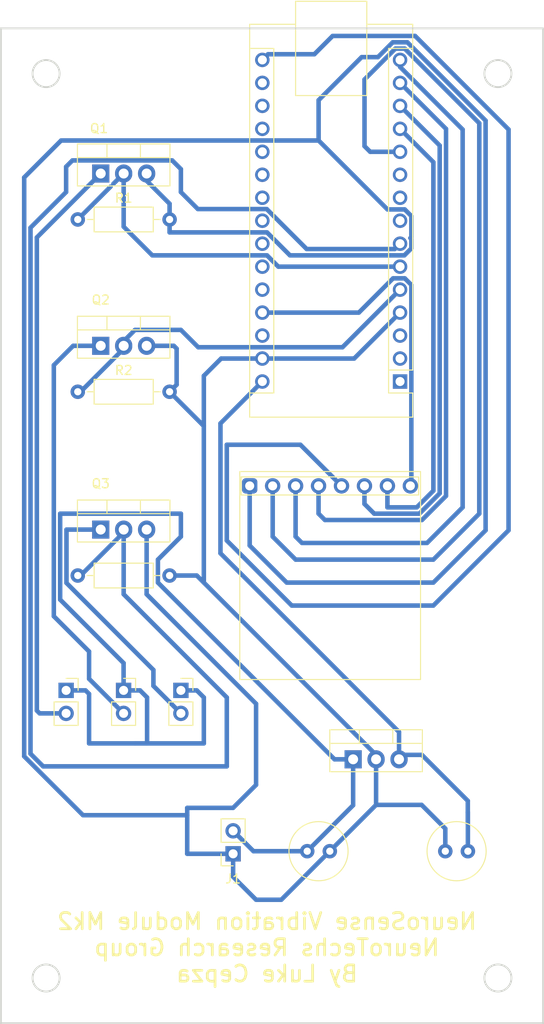
<source format=kicad_pcb>
(kicad_pcb (version 20221018) (generator pcbnew)
  (title_block (title "Caress Module PCB") (date "2023-07-19") (rev "2") (company "NeuroSense") (comment 1 "NeuroTechs Research Group") (comment 2 "Designed by Luke Cepza"))
  (layers (0 "F.Cu" signal) (31 "B.Cu" signal) (34 "B.Paste" user) (35 "F.Paste" user) (36 "B.SilkS" user "B.Silkscreen") (37 "F.SilkS" user "F.Silkscreen") (38 "B.Mask" user) (39 "F.Mask" user) (44 "Edge.Cuts" user))
  (net 0 "")
  (net 4 "GND")
  (net 5 "Net-(A1-D2)")
  (net 6 "Net-(A1-D3)")
  (net 7 "Net-(A1-D4)")
  (net 11 "Net-(A1-D8)")
  (net 12 "Net-(A1-D9)")
  (net 13 "Net-(A1-D10)")
  (net 14 "Net-(A1-D11)")
  (net 15 "Net-(A1-D12)")
  (net 16 "Net-(A1-D13)")
  (net 27 "+5V")
  (net 29 "Net-(A1-VIN)")
  (net 30 "+12V")
  (net 31 "Net-(M1--)")
  (net 32 "Net-(M2--)")
  (net 33 "Net-(M3--)")
  (footprint "Package_TO_SOT_THT:TO-220-3_Vertical" (layer "F.Cu") (at 78.976312 120.819675)
    (fp_text reference "U1" hide)
    (fp_text value "LM7805_TO220" hide)
    (fp_line (start -2.58 -3.27) (end -2.58 1.371) (stroke (width 0.12)) (layer "F.SilkS"))
    (fp_line (start -2.58 -3.27) (end 7.66 -3.27) (stroke (width 0.12)) (layer "F.SilkS"))
    (fp_line (start -2.58 -1.76) (end 7.66 -1.76) (stroke (width 0.12)) (layer "F.SilkS"))
    (fp_line (start -2.58 1.371) (end 7.66 1.371) (stroke (width 0.12)) (layer "F.SilkS"))
    (fp_line (start 0.69 -3.27) (end 0.69 -1.76) (stroke (width 0.12)) (layer "F.SilkS"))
    (fp_line (start 4.391 -3.27) (end 4.391 -1.76) (stroke (width 0.12)) (layer "F.SilkS"))
    (fp_line (start 7.66 -3.27) (end 7.66 1.371) (stroke (width 0.12)) (layer "F.SilkS"))
    (pad "1" thru_hole rect (at 0 0) (size 1.905 2) (drill 1.1) (layers "*.Cu" "*.Mask") (net 30 "+12V"))
    (pad "2" thru_hole oval (at 2.54 0) (size 1.905 2) (drill 1.1) (layers "*.Cu" "*.Mask") (net 4 "GND"))
    (pad "3" thru_hole oval (at 5.08 0) (size 1.905 2) (drill 1.1) (layers "*.Cu" "*.Mask") (net 29 "Net-(A1-VIN)"))
  )
  (footprint "Connector_PinSocket_2.54mm:PinSocket_1x02_P2.54mm_Vertical" (layer "F.Cu") (at 59.916312 113.199675)
    (fp_text reference "M3" hide)
    (fp_text value "Fan" hide)
    (fp_line (start -1.33 1.27) (end -1.33 3.87) (stroke (width 0.12)) (layer "F.SilkS"))
    (fp_line (start -1.33 1.27) (end 1.33 1.27) (stroke (width 0.12)) (layer "F.SilkS"))
    (fp_line (start -1.33 3.87) (end 1.33 3.87) (stroke (width 0.12)) (layer "F.SilkS"))
    (fp_line (start 0 -1.33) (end 1.33 -1.33) (stroke (width 0.12)) (layer "F.SilkS"))
    (fp_line (start 1.33 -1.33) (end 1.33 0) (stroke (width 0.12)) (layer "F.SilkS"))
    (fp_line (start 1.33 1.27) (end 1.33 3.87) (stroke (width 0.12)) (layer "F.SilkS"))
    (pad "1" thru_hole rect (at 0 0) (size 1.7 1.7) (drill 1) (layers "*.Cu" "*.Mask") (net 30 "+12V"))
    (pad "2" thru_hole oval (at 0 2.54) (size 1.7 1.7) (drill 1) (layers "*.Cu" "*.Mask") (net 33 "Net-(M3--)"))
  )
  (footprint "Resistor_THT:R_Axial_DIN0207_L6.3mm_D2.5mm_P10.16mm_Horizontal" (layer "F.Cu") (at 48.506312 100.499675)
    (fp_text reference "R3" hide)
    (fp_text value "3.3 k " hide)
    (fp_line (start 1.04 0) (end 1.81 0) (stroke (width 0.12)) (layer "F.SilkS"))
    (fp_line (start 1.81 -1.37) (end 1.81 1.37) (stroke (width 0.12)) (layer "F.SilkS"))
    (fp_line (start 1.81 1.37) (end 8.35 1.37) (stroke (width 0.12)) (layer "F.SilkS"))
    (fp_line (start 8.35 -1.37) (end 1.81 -1.37) (stroke (width 0.12)) (layer "F.SilkS"))
    (fp_line (start 8.35 1.37) (end 8.35 -1.37) (stroke (width 0.12)) (layer "F.SilkS"))
    (fp_line (start 9.12 0) (end 8.35 0) (stroke (width 0.12)) (layer "F.SilkS"))
    (pad "1" thru_hole circle (at 0 0) (size 1.6 1.6) (drill 0.8) (layers "*.Cu" "*.Mask") (net 7 "Net-(A1-D4)"))
    (pad "2" thru_hole oval (at 10.16 0) (size 1.6 1.6) (drill 0.8) (layers "*.Cu" "*.Mask") (net 4 "GND"))
  )
  (footprint "Package_TO_SOT_THT:TO-220-3_Vertical" (layer "F.Cu") (at 51.046312 95.419675)
    (fp_text reference "Q3" (at 0 -5.08) (layer "F.SilkS"))
    (fp_text value "NMOS" hide)
    (fp_line (start -2.58 -3.27) (end -2.58 1.371) (stroke (width 0.12)) (layer "F.SilkS"))
    (fp_line (start -2.58 -3.27) (end 7.66 -3.27) (stroke (width 0.12)) (layer "F.SilkS"))
    (fp_line (start -2.58 -1.76) (end 7.66 -1.76) (stroke (width 0.12)) (layer "F.SilkS"))
    (fp_line (start -2.58 1.371) (end 7.66 1.371) (stroke (width 0.12)) (layer "F.SilkS"))
    (fp_line (start 0.69 -3.27) (end 0.69 -1.76) (stroke (width 0.12)) (layer "F.SilkS"))
    (fp_line (start 4.391 -3.27) (end 4.391 -1.76) (stroke (width 0.12)) (layer "F.SilkS"))
    (fp_line (start 7.66 -3.27) (end 7.66 1.371) (stroke (width 0.12)) (layer "F.SilkS"))
    (pad "1" thru_hole rect (at 0 0) (size 1.905 2) (drill 1.1) (layers "*.Cu" "*.Mask") (net 33 "Net-(M3--)"))
    (pad "2" thru_hole oval (at 2.54 0) (size 1.905 2) (drill 1.1) (layers "*.Cu" "*.Mask") (net 7 "Net-(A1-D4)"))
    (pad "3" thru_hole oval (at 5.08 0) (size 1.905 2) (drill 1.1) (layers "*.Cu" "*.Mask") (net 4 "GND"))
  )
  (footprint "Connector_PinSocket_2.54mm:PinSocket_1x02_P2.54mm_Vertical" (layer "F.Cu") (at 65.696312 131.268213 180)
    (fp_text reference "J1" (at 0 -2.77) (layer "F.SilkS"))
    (fp_text value "Conn_01x02_Socket" hide)
    (fp_line (start -1.33 1.27) (end -1.33 3.87) (stroke (width 0.12)) (layer "F.SilkS"))
    (fp_line (start -1.33 1.27) (end 1.33 1.27) (stroke (width 0.12)) (layer "F.SilkS"))
    (fp_line (start -1.33 3.87) (end 1.33 3.87) (stroke (width 0.12)) (layer "F.SilkS"))
    (fp_line (start 0 -1.33) (end 1.33 -1.33) (stroke (width 0.12)) (layer "F.SilkS"))
    (fp_line (start 1.33 -1.33) (end 1.33 0) (stroke (width 0.12)) (layer "F.SilkS"))
    (fp_line (start 1.33 1.27) (end 1.33 3.87) (stroke (width 0.12)) (layer "F.SilkS"))
    (pad "1" thru_hole rect (at 0 0 180) (size 1.7 1.7) (drill 1) (layers "*.Cu" "*.Mask") (net 4 "GND"))
    (pad "2" thru_hole oval (at 0 2.54 180) (size 1.7 1.7) (drill 1) (layers "*.Cu" "*.Mask") (net 30 "+12V"))
  )
  (footprint "Connector_PinSocket_2.54mm:PinSocket_1x02_P2.54mm_Vertical" (layer "F.Cu") (at 53.576312 113.199675)
    (fp_text reference "M2" hide)
    (fp_text value "Fan" hide)
    (fp_line (start -1.33 1.27) (end -1.33 3.87) (stroke (width 0.12)) (layer "F.SilkS"))
    (fp_line (start -1.33 1.27) (end 1.33 1.27) (stroke (width 0.12)) (layer "F.SilkS"))
    (fp_line (start -1.33 3.87) (end 1.33 3.87) (stroke (width 0.12)) (layer "F.SilkS"))
    (fp_line (start 0 -1.33) (end 1.33 -1.33) (stroke (width 0.12)) (layer "F.SilkS"))
    (fp_line (start 1.33 -1.33) (end 1.33 0) (stroke (width 0.12)) (layer "F.SilkS"))
    (fp_line (start 1.33 1.27) (end 1.33 3.87) (stroke (width 0.12)) (layer "F.SilkS"))
    (pad "1" thru_hole rect (at 0 0) (size 1.7 1.7) (drill 1) (layers "*.Cu" "*.Mask") (net 30 "+12V"))
    (pad "2" thru_hole oval (at 0 2.54) (size 1.7 1.7) (drill 1) (layers "*.Cu" "*.Mask") (net 32 "Net-(M2--)"))
  )
  (footprint "Package_TO_SOT_THT:TO-220-3_Vertical" (layer "F.Cu") (at 51.046312 56.049675)
    (fp_text reference "Q1" (at -0.19 -4.98 180) (layer "F.SilkS"))
    (fp_text value "NMOS" hide)
    (fp_line (start -2.58 -3.27) (end -2.58 1.371) (stroke (width 0.12)) (layer "F.SilkS"))
    (fp_line (start -2.58 -3.27) (end 7.66 -3.27) (stroke (width 0.12)) (layer "F.SilkS"))
    (fp_line (start -2.58 -1.76) (end 7.66 -1.76) (stroke (width 0.12)) (layer "F.SilkS"))
    (fp_line (start -2.58 1.371) (end 7.66 1.371) (stroke (width 0.12)) (layer "F.SilkS"))
    (fp_line (start 0.69 -3.27) (end 0.69 -1.76) (stroke (width 0.12)) (layer "F.SilkS"))
    (fp_line (start 4.391 -3.27) (end 4.391 -1.76) (stroke (width 0.12)) (layer "F.SilkS"))
    (fp_line (start 7.66 -3.27) (end 7.66 1.371) (stroke (width 0.12)) (layer "F.SilkS"))
    (pad "1" thru_hole rect (at 0 0) (size 1.905 2) (drill 1.1) (layers "*.Cu" "*.Mask") (net 31 "Net-(M1--)"))
    (pad "2" thru_hole oval (at 2.54 0) (size 1.905 2) (drill 1.1) (layers "*.Cu" "*.Mask") (net 6 "Net-(A1-D3)"))
    (pad "3" thru_hole oval (at 5.08 0) (size 1.905 2) (drill 1.1) (layers "*.Cu" "*.Mask") (net 4 "GND"))
  )
  (footprint "Capacitor_THT:C_Radial_D6.3mm_H5.0mm_P2.50mm" (layer "F.Cu") (at 73.896312 130.979675)
    (fp_text reference "C1" hide)
    (fp_text value "220 uF" hide)
    (fp_circle (center 1.25 0) (end 4.52 0) (stroke (width 0.12)) (fill none) (layer "F.SilkS"))
    (pad "1" thru_hole circle (at 0 0) (size 1.6 1.6) (drill 0.8) (layers "*.Cu" "*.Mask") (net 30 "+12V"))
    (pad "2" thru_hole circle (at 2.5 0) (size 1.6 1.6) (drill 0.8) (layers "*.Cu" "*.Mask") (net 4 "GND"))
  )
  (footprint "Module:Arduino_Nano" (layer "F.Cu") (at 84.169444 79.047599 180)
    (fp_text reference "A1" hide)
    (fp_text value "Arduino_Nano_v3.x" hide)
    (fp_line (start -1.4 -3.94) (end -1.4 -1.27) (stroke (width 0.12)) (layer "F.SilkS"))
    (fp_line (start -1.4 1.27) (end -1.4 39.5) (stroke (width 0.12)) (layer "F.SilkS"))
    (fp_line (start -1.4 39.5) (end 3.68 39.5) (stroke (width 0.12)) (layer "F.SilkS"))
    (fp_line (start 1.27 -1.27) (end -1.4 -1.27) (stroke (width 0.12)) (layer "F.SilkS"))
    (fp_line (start 1.27 1.27) (end -1.4 1.27) (stroke (width 0.12)) (layer "F.SilkS"))
    (fp_line (start 1.27 1.27) (end 1.27 -1.27) (stroke (width 0.12)) (layer "F.SilkS"))
    (fp_line (start 1.27 1.27) (end 1.27 36.83) (stroke (width 0.12)) (layer "F.SilkS"))
    (fp_line (start 1.27 36.83) (end -1.4 36.83) (stroke (width 0.12)) (layer "F.SilkS"))
    (fp_line (start 3.68 31.62) (end 11.56 31.62) (stroke (width 0.12)) (layer "F.SilkS"))
    (fp_line (start 3.68 42.04) (end 3.68 31.62) (stroke (width 0.12)) (layer "F.SilkS"))
    (fp_line (start 11.56 31.62) (end 11.56 42.04) (stroke (width 0.12)) (layer "F.SilkS"))
    (fp_line (start 11.56 42.04) (end 3.68 42.04) (stroke (width 0.12)) (layer "F.SilkS"))
    (fp_line (start 13.97 -1.27) (end 13.97 36.83) (stroke (width 0.12)) (layer "F.SilkS"))
    (fp_line (start 13.97 -1.27) (end 16.64 -1.27) (stroke (width 0.12)) (layer "F.SilkS"))
    (fp_line (start 13.97 36.83) (end 16.64 36.83) (stroke (width 0.12)) (layer "F.SilkS"))
    (fp_line (start 16.64 -3.94) (end -1.4 -3.94) (stroke (width 0.12)) (layer "F.SilkS"))
    (fp_line (start 16.64 39.5) (end 11.56 39.5) (stroke (width 0.12)) (layer "F.SilkS"))
    (fp_line (start 16.64 39.5) (end 16.64 -3.94) (stroke (width 0.12)) (layer "F.SilkS"))
    (pad "1" thru_hole rect (at 0 0 180) (size 1.6 1.6) (drill 1) (layers "*.Cu" "*.Mask"))
    (pad "2" thru_hole oval (at 0 2.54 180) (size 1.6 1.6) (drill 1) (layers "*.Cu" "*.Mask"))
    (pad "3" thru_hole oval (at 0 5.08 180) (size 1.6 1.6) (drill 1) (layers "*.Cu" "*.Mask"))
    (pad "4" thru_hole oval (at 0 7.62 180) (size 1.6 1.6) (drill 1) (layers "*.Cu" "*.Mask") (net 4 "GND"))
    (pad "5" thru_hole oval (at 0 10.16 180) (size 1.6 1.6) (drill 1) (layers "*.Cu" "*.Mask") (net 5 "Net-(A1-D2)"))
    (pad "6" thru_hole oval (at 0 12.7 180) (size 1.6 1.6) (drill 1) (layers "*.Cu" "*.Mask") (net 6 "Net-(A1-D3)"))
    (pad "7" thru_hole oval (at 0 15.24 180) (size 1.6 1.6) (drill 1) (layers "*.Cu" "*.Mask") (net 7 "Net-(A1-D4)"))
    (pad "8" thru_hole oval (at 0 17.78 180) (size 1.6 1.6) (drill 1) (layers "*.Cu" "*.Mask"))
    (pad "9" thru_hole oval (at 0 20.32 180) (size 1.6 1.6) (drill 1) (layers "*.Cu" "*.Mask"))
    (pad "10" thru_hole oval (at 0 22.86 180) (size 1.6 1.6) (drill 1) (layers "*.Cu" "*.Mask"))
    (pad "11" thru_hole oval (at 0 25.4 180) (size 1.6 1.6) (drill 1) (layers "*.Cu" "*.Mask") (net 11 "Net-(A1-D8)"))
    (pad "12" thru_hole oval (at 0 27.94 180) (size 1.6 1.6) (drill 1) (layers "*.Cu" "*.Mask") (net 12 "Net-(A1-D9)"))
    (pad "13" thru_hole oval (at 0 30.48 180) (size 1.6 1.6) (drill 1) (layers "*.Cu" "*.Mask") (net 13 "Net-(A1-D10)"))
    (pad "14" thru_hole oval (at 0 33.02 180) (size 1.6 1.6) (drill 1) (layers "*.Cu" "*.Mask") (net 14 "Net-(A1-D11)"))
    (pad "15" thru_hole oval (at 0 35.56 180) (size 1.6 1.6) (drill 1) (layers "*.Cu" "*.Mask") (net 15 "Net-(A1-D12)"))
    (pad "16" thru_hole oval (at 15.24 35.56 180) (size 1.6 1.6) (drill 1) (layers "*.Cu" "*.Mask") (net 16 "Net-(A1-D13)"))
    (pad "17" thru_hole oval (at 15.24 33.02 180) (size 1.6 1.6) (drill 1) (layers "*.Cu" "*.Mask"))
    (pad "18" thru_hole oval (at 15.24 30.48 180) (size 1.6 1.6) (drill 1) (layers "*.Cu" "*.Mask"))
    (pad "19" thru_hole oval (at 15.24 27.94 180) (size 1.6 1.6) (drill 1) (layers "*.Cu" "*.Mask"))
    (pad "20" thru_hole oval (at 15.24 25.4 180) (size 1.6 1.6) (drill 1) (layers "*.Cu" "*.Mask"))
    (pad "21" thru_hole oval (at 15.24 22.86 180) (size 1.6 1.6) (drill 1) (layers "*.Cu" "*.Mask"))
    (pad "22" thru_hole oval (at 15.24 20.32 180) (size 1.6 1.6) (drill 1) (layers "*.Cu" "*.Mask"))
    (pad "23" thru_hole oval (at 15.24 17.78 180) (size 1.6 1.6) (drill 1) (layers "*.Cu" "*.Mask"))
    (pad "24" thru_hole oval (at 15.24 15.24 180) (size 1.6 1.6) (drill 1) (layers "*.Cu" "*.Mask"))
    (pad "25" thru_hole oval (at 15.24 12.7 180) (size 1.6 1.6) (drill 1) (layers "*.Cu" "*.Mask"))
    (pad "26" thru_hole oval (at 15.24 10.16 180) (size 1.6 1.6) (drill 1) (layers "*.Cu" "*.Mask"))
    (pad "27" thru_hole oval (at 15.24 7.62 180) (size 1.6 1.6) (drill 1) (layers "*.Cu" "*.Mask") (net 27 "+5V"))
    (pad "28" thru_hole oval (at 15.24 5.08 180) (size 1.6 1.6) (drill 1) (layers "*.Cu" "*.Mask"))
    (pad "29" thru_hole oval (at 15.24 2.54 180) (size 1.6 1.6) (drill 1) (layers "*.Cu" "*.Mask") (net 4 "GND"))
    (pad "30" thru_hole oval (at 15.24 0 180) (size 1.6 1.6) (drill 1) (layers "*.Cu" "*.Mask") (net 29 "Net-(A1-VIN)"))
  )
  (footprint "Mods:WRL-00691" (layer "F.Cu") (at 67.367186 98.861184 90)
    (fp_text reference "U2" hide)
    (fp_text value "WRL-00691" hide)
    (fp_rect (start -13.138491 -0.930874) (end 9.861509 19.069126) (stroke (width 0.12)) (fill none) (layer "F.SilkS"))
    (fp_rect (start 7.267204 -0.784892) (end 9.267204 18.853208) (stroke (width 0.12)) (fill none) (layer "F.SilkS"))
    (pad "1" thru_hole roundrect (at 8.274849 0.163245 90) (size 1.7 1.7) (drill 1) (layers "*.Cu" "*.Mask") (net 4 "GND"))
    (pad "2" thru_hole circle (at 8.274849 2.703245 90) (size 1.7 1.7) (drill 1) (layers "*.Cu" "*.Mask") (net 11 "Net-(A1-D8)"))
    (pad "3" thru_hole circle (at 8.274849 5.243245 90) (size 1.7 1.7) (drill 1) (layers "*.Cu" "*.Mask") (net 15 "Net-(A1-D12)"))
    (pad "4" thru_hole circle (at 8.274849 7.783245 90) (size 1.7 1.7) (drill 1) (layers "*.Cu" "*.Mask") (net 14 "Net-(A1-D11)"))
    (pad "5" thru_hole circle (at 8.274849 10.323245 90) (size 1.7 1.7) (drill 1) (layers "*.Cu" "*.Mask") (net 16 "Net-(A1-D13)"))
    (pad "6" thru_hole circle (at 8.274849 12.863245 90) (size 1.7 1.7) (drill 1) (layers "*.Cu" "*.Mask") (net 13 "Net-(A1-D10)"))
    (pad "7" thru_hole circle (at 8.274849 15.403245 90) (size 1.7 1.7) (drill 1) (layers "*.Cu" "*.Mask") (net 12 "Net-(A1-D9)"))
    (pad "8" thru_hole circle (at 8.274849 17.943245 90) (size 1.7 1.7) (drill 1) (layers "*.Cu" "*.Mask") (net 27 "+5V"))
  )
  (footprint "Capacitor_THT:C_Radial_D6.3mm_H5.0mm_P2.50mm" (layer "F.Cu") (at 91.676312 130.979675 180)
    (fp_text reference "C2" hide)
    (fp_text value "10uF" hide)
    (fp_circle (center 1.25 0) (end 4.52 0) (stroke (width 0.12)) (fill none) (layer "F.SilkS"))
    (pad "1" thru_hole circle (at 0 0 180) (size 1.6 1.6) (drill 0.8) (layers "*.Cu" "*.Mask") (net 29 "Net-(A1-VIN)"))
    (pad "2" thru_hole circle (at 2.5 0 180) (size 1.6 1.6) (drill 0.8) (layers "*.Cu" "*.Mask") (net 4 "GND"))
  )
  (footprint "Resistor_THT:R_Axial_DIN0207_L6.3mm_D2.5mm_P10.16mm_Horizontal" (layer "F.Cu") (at 48.506312 80.179675)
    (fp_text reference "R2" (at 5.08 -2.37) (layer "F.SilkS"))
    (fp_text value "3.3 k" hide)
    (fp_line (start 1.04 0) (end 1.81 0) (stroke (width 0.12)) (layer "F.SilkS"))
    (fp_line (start 1.81 -1.37) (end 1.81 1.37) (stroke (width 0.12)) (layer "F.SilkS"))
    (fp_line (start 1.81 1.37) (end 8.35 1.37) (stroke (width 0.12)) (layer "F.SilkS"))
    (fp_line (start 8.35 -1.37) (end 1.81 -1.37) (stroke (width 0.12)) (layer "F.SilkS"))
    (fp_line (start 8.35 1.37) (end 8.35 -1.37) (stroke (width 0.12)) (layer "F.SilkS"))
    (fp_line (start 9.12 0) (end 8.35 0) (stroke (width 0.12)) (layer "F.SilkS"))
    (pad "1" thru_hole circle (at 0 0) (size 1.6 1.6) (drill 0.8) (layers "*.Cu" "*.Mask") (net 5 "Net-(A1-D2)"))
    (pad "2" thru_hole oval (at 10.16 0) (size 1.6 1.6) (drill 0.8) (layers "*.Cu" "*.Mask") (net 4 "GND"))
  )
  (footprint "Connector_PinSocket_2.54mm:PinSocket_1x02_P2.54mm_Vertical" (layer "F.Cu") (at 47.216312 113.199675)
    (fp_text reference "M1" hide)
    (fp_text value "Fan" hide)
    (fp_line (start -1.33 1.27) (end -1.33 3.87) (stroke (width 0.12)) (layer "F.SilkS"))
    (fp_line (start -1.33 1.27) (end 1.33 1.27) (stroke (width 0.12)) (layer "F.SilkS"))
    (fp_line (start -1.33 3.87) (end 1.33 3.87) (stroke (width 0.12)) (layer "F.SilkS"))
    (fp_line (start 0 -1.33) (end 1.33 -1.33) (stroke (width 0.12)) (layer "F.SilkS"))
    (fp_line (start 1.33 -1.33) (end 1.33 0) (stroke (width 0.12)) (layer "F.SilkS"))
    (fp_line (start 1.33 1.27) (end 1.33 3.87) (stroke (width 0.12)) (layer "F.SilkS"))
    (pad "1" thru_hole rect (at 0 0) (size 1.7 1.7) (drill 1) (layers "*.Cu" "*.Mask") (net 30 "+12V"))
    (pad "2" thru_hole oval (at 0 2.54) (size 1.7 1.7) (drill 1) (layers "*.Cu" "*.Mask") (net 31 "Net-(M1--)"))
  )
  (footprint "Package_TO_SOT_THT:TO-220-3_Vertical" (layer "F.Cu") (at 51.046312 75.099675)
    (fp_text reference "Q2" (at 0 -5.08 180) (layer "F.SilkS"))
    (fp_text value "NMOS" hide)
    (fp_line (start -2.58 -3.27) (end -2.58 1.371) (stroke (width 0.12)) (layer "F.SilkS"))
    (fp_line (start -2.58 -3.27) (end 7.66 -3.27) (stroke (width 0.12)) (layer "F.SilkS"))
    (fp_line (start -2.58 -1.76) (end 7.66 -1.76) (stroke (width 0.12)) (layer "F.SilkS"))
    (fp_line (start -2.58 1.371) (end 7.66 1.371) (stroke (width 0.12)) (layer "F.SilkS"))
    (fp_line (start 0.69 -3.27) (end 0.69 -1.76) (stroke (width 0.12)) (layer "F.SilkS"))
    (fp_line (start 4.391 -3.27) (end 4.391 -1.76) (stroke (width 0.12)) (layer "F.SilkS"))
    (fp_line (start 7.66 -3.27) (end 7.66 1.371) (stroke (width 0.12)) (layer "F.SilkS"))
    (pad "1" thru_hole rect (at 0 0) (size 1.905 2) (drill 1.1) (layers "*.Cu" "*.Mask") (net 32 "Net-(M2--)"))
    (pad "2" thru_hole oval (at 2.54 0) (size 1.905 2) (drill 1.1) (layers "*.Cu" "*.Mask") (net 5 "Net-(A1-D2)"))
    (pad "3" thru_hole oval (at 5.08 0) (size 1.905 2) (drill 1.1) (layers "*.Cu" "*.Mask") (net 4 "GND"))
  )
  (footprint "Resistor_THT:R_Axial_DIN0207_L6.3mm_D2.5mm_P10.16mm_Horizontal" (layer "F.Cu") (at 48.506312 61.129675)
    (fp_text reference "R1" (at 5.08 -2.37) (layer "F.SilkS"))
    (fp_text value "3.3 k")
    (fp_line (start 1.04 0) (end 1.81 0) (stroke (width 0.12)) (layer "F.SilkS"))
    (fp_line (start 1.81 -1.37) (end 1.81 1.37) (stroke (width 0.12)) (layer "F.SilkS"))
    (fp_line (start 1.81 1.37) (end 8.35 1.37) (stroke (width 0.12)) (layer "F.SilkS"))
    (fp_line (start 8.35 -1.37) (end 1.81 -1.37) (stroke (width 0.12)) (layer "F.SilkS"))
    (fp_line (start 8.35 1.37) (end 8.35 -1.37) (stroke (width 0.12)) (layer "F.SilkS"))
    (fp_line (start 9.12 0) (end 8.35 0) (stroke (width 0.12)) (layer "F.SilkS"))
    (pad "1" thru_hole circle (at 0 0) (size 1.6 1.6) (drill 0.8) (layers "*.Cu" "*.Mask") (net 6 "Net-(A1-D3)"))
    (pad "2" thru_hole oval (at 10.16 0) (size 1.6 1.6) (drill 0.8) (layers "*.Cu" "*.Mask") (net 4 "GND"))
  )
  (gr_circle locked (center 45 145) (end 46.5 145) (stroke (width 0.2)) (fill none) (layer "Edge.Cuts"))
  (gr_circle locked (center 95 45) (end 96.5 45) (stroke (width 0.2)) (fill none) (layer "Edge.Cuts"))
  (gr_circle locked (center 95 145) (end 96.5 145) (stroke (width 0.2)) (fill none) (layer "Edge.Cuts"))
  (gr_circle locked (center 45 45) (end 46.5 45) (stroke (width 0.2)) (fill none) (layer "Edge.Cuts"))
  (gr_rect locked (start 40 40) (end 100 150) (stroke (width 0.2)) (fill none) (layer "Edge.Cuts"))
  (gr_text "NeuroSense Vibration Module Mk2\nNeuroTechs Research Group\nBy Luke Cepza\n" (at 69.436448 141.636913) (layer "F.SilkS") (effects (font (size 1.8 1.8) (thickness 0.3)) (justify mirror)))
  (segment (start 68.929444 76.507599) (end 79.089444 76.507599) (width 0.5) (layer "B.Cu") (net 4))
  (segment (start 84.977161 41.537599) (end 83.361727 41.537599) (width 0.5) (layer "B.Cu") (net 4))
  (segment (start 93.636312 50.19675) (end 84.977161 41.537599) (width 0.5) (layer "B.Cu") (net 4))
  (segment (start 67.530431 90.586335) (end 67.530431 97.183743) (width 0.5) (layer "B.Cu") (net 4))
  (segment (start 42.576312 56.483688) (end 46.662401 52.397599) (width 0.5) (layer "B.Cu") (net 4))
  (segment (start 75.156312 47.939675) (end 75.778388 47.317599) (width 0.5) (layer "B.Cu") (net 4))
  (segment (start 59.446312 75.409675) (end 59.136312 75.099675) (width 0.5) (layer "B.Cu") (net 4))
  (segment (start 84.687211 60.017599) (end 82.776312 60.017599) (width 0.5) (layer "B.Cu") (net 4))
  (segment (start 46.662401 52.397599) (end 75.156312 52.397599) (width 0.5) (layer "B.Cu") (net 4))
  (segment (start 87.856312 101.279675) (end 93.636312 95.499675) (width 0.5) (layer "B.Cu") (net 4))
  (segment (start 85.419444 60.749832) (end 84.687211 60.017599) (width 0.5) (layer "B.Cu") (net 4))
  (segment (start 68.929444 76.507599) (end 64.368388 76.507599) (width 0.5) (layer "B.Cu") (net 4))
  (segment (start 85.3128 63.183187) (end 85.419444 63.076543) (width 0.5) (layer "B.Cu") (net 4))
  (segment (start 71.027774 136.348213) (end 68.236312 136.348213) (width 0.5) (layer "B.Cu") (net 4))
  (segment (start 84.647211 65.097599) (end 85.419444 64.325366) (width 0.5) (layer "B.Cu") (net 4))
  (segment (start 56.126312 56.849675) (end 56.126312 56.049675) (width 0.5) (layer "B.Cu") (net 4))
  (segment (start 68.236312 114.679675) (end 56.126312 102.569675) (width 0.5) (layer "B.Cu") (net 4))
  (segment (start 64.368388 76.507599) (end 62.456312 78.419675) (width 0.5) (layer "B.Cu") (net 4))
  (segment (start 62.456312 83.969675) (end 58.666312 80.179675) (width 0.5) (layer "B.Cu") (net 4))
  (segment (start 71.626363 101.279675) (end 87.856312 101.279675) (width 0.5) (layer "B.Cu") (net 4))
  (segment (start 79.915987 43.18) (end 75.778388 47.317599) (width 0.5) (layer "B.Cu") (net 4))
  (segment (start 79.089444 76.507599) (end 84.169444 71.427599) (width 0.5) (layer "B.Cu") (net 4))
  (segment (start 62.456312 78.419675) (end 62.456312 83.969675) (width 0.5) (layer "B.Cu") (net 4))
  (segment (start 60.616312 127) (end 60.616312 126.188213) (width 0.5) (layer "B.Cu") (net 4))
  (segment (start 71.987211 65.097599) (end 84.647211 65.097599) (width 0.5) (layer "B.Cu") (net 4))
  (segment (start 67.530431 97.183743) (end 71.626363 101.279675) (width 0.5) (layer "B.Cu") (net 4))
  (segment (start 75.156312 52.397599) (end 75.156312 47.939675) (width 0.5) (layer "B.Cu") (net 4))
  (segment (start 76.396312 130.979675) (end 71.027774 136.348213) (width 0.5) (layer "B.Cu") (net 4))
  (segment (start 68.236312 123.648213) (end 68.236312 114.679675) (width 0.5) (layer "B.Cu") (net 4))
  (segment (start 58.666312 61.129675) (end 58.666312 62.557599) (width 0.5) (layer "B.Cu") (net 4))
  (segment (start 62.456312 83.969675) (end 62.221312 83.734675) (width 0.5) (layer "B.Cu") (net 4))
  (segment (start 59.136312 75.099675) (end 56.126311 75.099675) (width 0.5) (layer "B.Cu") (net 4))
  (segment (start 60.616312 126.188213) (end 65.696312 126.188213) (width 0.5) (layer "B.Cu") (net 4))
  (segment (start 93.636312 95.499675) (end 93.636312 50.19675) (width 0.5) (layer "B.Cu") (net 4))
  (segment (start 85.419444 63.289832) (end 85.3128 63.183187) (width 0.5) (layer "B.Cu") (net 4))
  (segment (start 58.666312 80.179675) (end 59.446312 79.399675) (width 0.5) (layer "B.Cu") (net 4))
  (segment (start 82.776312 60.017599) (end 75.156312 52.397599) (width 0.5) (layer "B.Cu") (net 4))
  (segment (start 85.419444 64.325366) (end 85.419444 63.289832) (width 0.5) (layer "B.Cu") (net 4))
  (segment (start 59.446312 79.399675) (end 59.446312 75.409675) (width 0.5) (layer "B.Cu") (net 4))
  (segment (start 60.616312 131.268213) (end 60.616312 127) (width 0.5) (layer "B.Cu") (net 4))
  (segment (start 85.419444 63.076543) (end 85.419444 60.749832) (width 0.5) (layer "B.Cu") (net 4))
  (segment (start 65.696312 133.808213) (end 65.696312 131.268213) (width 0.5) (layer "B.Cu") (net 4))
  (segment (start 49.086688 127) (end 42.576312 120.489624) (width 0.5) (layer "B.Cu") (net 4))
  (segment (start 67.536312 106.359675) (end 61.676312 100.499675) (width 0.5) (layer "B.Cu") (net 4))
  (segment (start 81.719326 43.18) (end 79.915987 43.18) (width 0.5) (layer "B.Cu") (net 4))
  (segment (start 68.236312 136.348213) (end 65.696312 133.808213) (width 0.5) (layer "B.Cu") (net 4))
  (segment (start 56.126312 102.569675) (end 56.126312 95.419675) (width 0.5) (layer "B.Cu") (net 4))
  (segment (start 86.556312 125.859675) (end 81.516312 125.859675) (width 0.5) (layer "B.Cu") (net 4))
  (segment (start 42.576312 120.489624) (end 42.576312 56.483688) (width 0.5) (layer "B.Cu") (net 4))
  (segment (start 81.516312 120.339675) (end 67.536312 106.359675) (width 0.5) (layer "B.Cu") (net 4))
  (segment (start 69.447211 62.557599) (end 71.987211 65.097599) (width 0.5) (layer "B.Cu") (net 4))
  (segment (start 58.666312 62.557599) (end 69.447211 62.557599) (width 0.5) (layer "B.Cu") (net 4))
  (segment (start 58.666312 61.129675) (end 58.666312 59.389675) (width 0.5) (layer "B.Cu") (net 4))
  (segment (start 81.516312 120.819675) (end 81.516312 120.339675) (width 0.5) (layer "B.Cu") (net 4))
  (segment (start 58.666312 59.389675) (end 56.126312 56.849675) (width 0.5) (layer "B.Cu") (net 4))
  (segment (start 76.396312 130.979675) (end 81.516312 125.859675) (width 0.5) (layer "B.Cu") (net 4))
  (segment (start 89.176312 130.979675) (end 89.176312 128.479675) (width 0.5) (layer "B.Cu") (net 4))
  (segment (start 89.176312 128.479675) (end 86.556312 125.859675) (width 0.5) (layer "B.Cu") (net 4))
  (segment (start 65.696312 126.188213) (end 68.236312 123.648213) (width 0.5) (layer "B.Cu") (net 4))
  (segment (start 81.516312 125.859675) (end 81.516312 120.819675) (width 0.5) (layer "B.Cu") (net 4))
  (segment (start 61.676312 100.499675) (end 58.666312 100.499675) (width 0.5) (layer "B.Cu") (net 4))
  (segment (start 62.456312 101.279675) (end 62.456312 83.969675) (width 0.5) (layer "B.Cu") (net 4))
  (segment (start 65.696312 131.268213) (end 60.616312 131.268213) (width 0.5) (layer "B.Cu") (net 4))
  (segment (start 60.616312 127) (end 49.086688 127) (width 0.5) (layer "B.Cu") (net 4))
  (segment (start 83.361727 41.537599) (end 81.719326 43.18) (width 0.5) (layer "B.Cu") (net 4))
  (segment (start 54.836312 73.339675) (end 59.916312 73.339675) (width 0.5) (layer "B.Cu") (net 5))
  (segment (start 53.586312 75.099675) (end 53.586312 75.412175) (width 0.5) (layer "B.Cu") (net 5))
  (segment (start 53.586312 75.099675) (end 53.586312 74.589675) (width 0.5) (layer "B.Cu") (net 5))
  (segment (start 53.586312 75.412175) (end 48.818812 80.179675) (width 0.5) (layer "B.Cu") (net 5))
  (segment (start 77.799444 75.257599) (end 84.169444 68.887599) (width 0.5) (layer "B.Cu") (net 5))
  (segment (start 61.834236 75.257599) (end 77.799444 75.257599) (width 0.5) (layer "B.Cu") (net 5))
  (segment (start 48.818812 80.179675) (end 48.506312 80.179675) (width 0.5) (layer "B.Cu") (net 5))
  (segment (start 59.916312 73.339675) (end 61.834236 75.257599) (width 0.5) (layer "B.Cu") (net 5))
  (segment (start 53.586312 74.589675) (end 54.836312 73.339675) (width 0.5) (layer "B.Cu") (net 5))
  (segment (start 53.586312 56.049675) (end 52.448812 57.187175) (width 0.5) (layer "B.Cu") (net 6))
  (segment (start 69.447211 65.097599) (end 70.697211 66.347599) (width 0.5) (layer "B.Cu") (net 6))
  (segment (start 70.697211 66.347599) (end 84.169444 66.347599) (width 0.5) (layer "B.Cu") (net 6))
  (segment (start 52.136312 57.499675) (end 48.506312 61.129675) (width 0.5) (layer "B.Cu") (net 6))
  (segment (start 53.586312 61.929675) (end 56.754236 65.097599) (width 0.5) (layer "B.Cu") (net 6))
  (segment (start 53.586312 56.049675) (end 53.586312 61.929675) (width 0.5) (layer "B.Cu") (net 6))
  (segment (start 56.754236 65.097599) (end 69.447211 65.097599) (width 0.5) (layer "B.Cu") (net 6))
  (segment (start 64.996312 121.599675) (end 64.996312 113.979675) (width 0.5) (layer "B.Cu") (net 7))
  (segment (start 59.916312 55.559675) (end 58.956312 54.599675) (width 0.5) (layer "B.Cu") (net 7))
  (segment (start 73.834236 64.397599) (end 69.414236 59.977599) (width 0.5) (layer "B.Cu") (net 7))
  (segment (start 69.414236 59.977599) (end 61.794236 59.977599) (width 0.5) (layer "B.Cu") (net 7))
  (segment (start 83.579444 64.397599) (end 73.834236 64.397599) (width 0.5) (layer "B.Cu") (net 7))
  (segment (start 53.586312 95.732175) (end 48.818812 100.499675) (width 0.5) (layer "B.Cu") (net 7))
  (segment (start 84.169444 63.807599) (end 83.579444 64.397599) (width 0.5) (layer "B.Cu") (net 7))
  (segment (start 47.216312 58.099675) (end 43.276312 62.039675) (width 0.5) (layer "B.Cu") (net 7))
  (segment (start 53.586312 102.569675) (end 53.586312 95.419675) (width 0.5) (layer "B.Cu") (net 7))
  (segment (start 61.794236 59.977599) (end 59.916312 58.099675) (width 0.5) (layer "B.Cu") (net 7))
  (segment (start 43.276312 120.199675) (end 44.676312 121.599675) (width 0.5) (layer "B.Cu") (net 7))
  (segment (start 43.276312 62.039675) (end 43.276312 120.199675) (width 0.5) (layer "B.Cu") (net 7))
  (segment (start 58.956312 54.599675) (end 47.916312 54.599675) (width 0.5) (layer "B.Cu") (net 7))
  (segment (start 64.996312 113.979675) (end 53.586312 102.569675) (width 0.5) (layer "B.Cu") (net 7))
  (segment (start 47.216312 55.299675) (end 47.216312 58.099675) (width 0.5) (layer "B.Cu") (net 7))
  (segment (start 53.586312 95.419675) (end 53.586312 95.732175) (width 0.5) (layer "B.Cu") (net 7))
  (segment (start 48.818812 100.499675) (end 48.506312 100.499675) (width 0.5) (layer "B.Cu") (net 7))
  (segment (start 59.916312 58.099675) (end 59.916312 55.559675) (width 0.5) (layer "B.Cu") (net 7))
  (segment (start 44.676312 121.599675) (end 64.996312 121.599675) (width 0.5) (layer "B.Cu") (net 7))
  (segment (start 47.916312 54.599675) (end 47.216312 55.299675) (width 0.5) (layer "B.Cu") (net 7))
  (segment (start 92.936312 93.659675) (end 87.856312 98.739675) (width 0.5) (layer "B.Cu") (net 11))
  (segment (start 84.687211 42.237599) (end 92.936312 50.4867) (width 0.5) (layer "B.Cu") (net 11))
  (segment (start 83.651677 42.237599) (end 84.687211 42.237599) (width 0.5) (layer "B.Cu") (net 11))
  (segment (start 87.856312 98.739675) (end 72.616312 98.739675) (width 0.5) (layer "B.Cu") (net 11))
  (segment (start 92.936312 50.4867) (end 92.936312 93.659675) (width 0.5) (layer "B.Cu") (net 11))
  (segment (start 80.236312 53.019675) (end 80.236312 45.652964) (width 0.5) (layer "B.Cu") (net 11))
  (segment (start 70.076312 96.199675) (end 70.076312 90.592216) (width 0.5) (layer "B.Cu") (net 11))
  (segment (start 84.169444 53.647599) (end 80.864236 53.647599) (width 0.5) (layer "B.Cu") (net 11))
  (segment (start 72.616312 98.739675) (end 70.076312 96.199675) (width 0.5) (layer "B.Cu") (net 11))
  (segment (start 80.864236 53.647599) (end 80.236312 53.019675) (width 0.5) (layer "B.Cu") (net 11))
  (segment (start 80.236312 45.652964) (end 83.651677 42.237599) (width 0.5) (layer "B.Cu") (net 11))
  (segment (start 70.076312 90.592216) (end 70.070431 90.586335) (width 0.5) (layer "B.Cu") (net 11))
  (segment (start 84.169444 51.107599) (end 87.856312 54.794467) (width 0.5) (layer "B.Cu") (net 12))
  (segment (start 82.770431 92.959675) (end 82.770431 90.586335) (width 0.5) (layer "B.Cu") (net 12))
  (segment (start 87.856312 54.794467) (end 87.856312 91.119675) (width 0.5) (layer "B.Cu") (net 12))
  (segment (start 86.016312 92.959675) (end 82.770431 92.959675) (width 0.5) (layer "B.Cu") (net 12))
  (segment (start 87.856312 91.119675) (end 86.016312 92.959675) (width 0.5) (layer "B.Cu") (net 12))
  (segment (start 80.230431 92.580454) (end 81.309652 93.659675) (width 0.5) (layer "B.Cu") (net 13))
  (segment (start 80.230431 90.586335) (end 80.230431 92.580454) (width 0.5) (layer "B.Cu") (net 13))
  (segment (start 81.309652 93.659675) (end 86.306262 93.659675) (width 0.5) (layer "B.Cu") (net 13))
  (segment (start 88.556312 52.954467) (end 84.169444 48.567599) (width 0.5) (layer "B.Cu") (net 13))
  (segment (start 86.306262 93.659675) (end 88.556312 91.409625) (width 0.5) (layer "B.Cu") (net 13))
  (segment (start 88.556312 91.409625) (end 88.556312 52.954467) (width 0.5) (layer "B.Cu") (net 13))
  (segment (start 75.150431 93.653794) (end 75.856312 94.359675) (width 0.5) (layer "B.Cu") (net 14))
  (segment (start 86.596212 94.359675) (end 89.256312 91.699574) (width 0.5) (layer "B.Cu") (net 14))
  (segment (start 89.256312 91.699574) (end 89.256312 51.114467) (width 0.5) (layer "B.Cu") (net 14))
  (segment (start 75.150431 90.586335) (end 75.150431 93.653794) (width 0.5) (layer "B.Cu") (net 14))
  (segment (start 89.256312 51.114467) (end 84.169444 46.027599) (width 0.5) (layer "B.Cu") (net 14))
  (segment (start 75.856312 94.359675) (end 86.596212 94.359675) (width 0.5) (layer "B.Cu") (net 14))
  (segment (start 84.169444 44.259832) (end 91.096312 51.1867) (width 0.5) (layer "B.Cu") (net 15))
  (segment (start 73.316312 96.899675) (end 72.610431 96.193794) (width 0.5) (layer "B.Cu") (net 15))
  (segment (start 91.096312 51.1867) (end 91.096312 92.959675) (width 0.5) (layer "B.Cu") (net 15))
  (segment (start 84.169444 43.487599) (end 84.169444 44.259832) (width 0.5) (layer "B.Cu") (net 15))
  (segment (start 91.096312 92.959675) (end 87.156312 96.899675) (width 0.5) (layer "B.Cu") (net 15))
  (segment (start 72.610431 96.193794) (end 72.610431 90.586335) (width 0.5) (layer "B.Cu") (net 15))
  (segment (start 87.156312 96.899675) (end 73.316312 96.899675) (width 0.5) (layer "B.Cu") (net 15))
  (segment (start 73.143771 86.039675) (end 77.690431 90.586335) (width 0.5) (layer "B.Cu") (net 16))
  (segment (start 74.686569 42.859675) (end 76.708645 40.837599) (width 0.5) (layer "B.Cu") (net 16))
  (segment (start 85.834236 40.837599) (end 96.176312 51.179675) (width 0.5) (layer "B.Cu") (net 16))
  (segment (start 69.557368 42.859675) (end 74.686569 42.859675) (width 0.5) (layer "B.Cu") (net 16))
  (segment (start 96.176312 51.179675) (end 96.176312 95.499675) (width 0.5) (layer "B.Cu") (net 16))
  (segment (start 64.996312 96.629524) (end 64.996312 86.039675) (width 0.5) (layer "B.Cu") (net 16))
  (segment (start 76.708645 40.837599) (end 85.834236 40.837599) (width 0.5) (layer "B.Cu") (net 16))
  (segment (start 72.186463 103.819675) (end 64.996312 96.629524) (width 0.5) (layer "B.Cu") (net 16))
  (segment (start 87.856312 103.819675) (end 72.186463 103.819675) (width 0.5) (layer "B.Cu") (net 16))
  (segment (start 64.996312 86.039675) (end 73.143771 86.039675) (width 0.5) (layer "B.Cu") (net 16))
  (segment (start 96.176312 95.499675) (end 87.856312 103.819675) (width 0.5) (layer "B.Cu") (net 16))
  (segment (start 68.929444 43.487599) (end 69.557368 42.859675) (width 0.5) (layer "B.Cu") (net 16))
  (segment (start 84.694236 67.637599) (end 85.419444 68.362807) (width 0.5) (layer "B.Cu") (net 27))
  (segment (start 68.929444 71.427599) (end 79.608388 71.427599) (width 0.5) (layer "B.Cu") (net 27))
  (segment (start 79.608388 71.427599) (end 83.398388 67.637599) (width 0.5) (layer "B.Cu") (net 27))
  (segment (start 85.419444 90.477322) (end 85.310431 90.586335) (width 0.5) (layer "B.Cu") (net 27))
  (segment (start 83.398388 67.637599) (end 84.694236 67.637599) (width 0.5) (layer "B.Cu") (net 27))
  (segment (start 85.419444 68.362807) (end 85.419444 90.477322) (width 0.5) (layer "B.Cu") (net 27))
  (segment (start 64.296312 83.680731) (end 64.296312 98.039675) (width 0.5) (layer "B.Cu") (net 29))
  (segment (start 91.676312 126.689675) (end 91.666312 126.679675) (width 0.5) (layer "B.Cu") (net 29))
  (segment (start 68.929444 79.047599) (end 64.296312 83.680731) (width 0.5) (layer "B.Cu") (net 29))
  (segment (start 91.666312 125.409675) (end 86.586312 120.329675) (width 0.5) (layer "B.Cu") (net 29))
  (segment (start 91.666312 127.949675) (end 91.666312 125.409675) (width 0.5) (layer "B.Cu") (net 29))
  (segment (start 84.056312 117.799675) (end 84.056312 120.819675) (width 0.5) (layer "B.Cu") (net 29))
  (segment (start 86.586312 120.329675) (end 84.046312 120.329675) (width 0.5) (layer "B.Cu") (net 29))
  (segment (start 64.296312 98.039675) (end 84.056312 117.799675) (width 0.5) (layer "B.Cu") (net 29))
  (segment (start 91.676312 130.979675) (end 91.676312 126.689675) (width 0.5) (layer "B.Cu") (net 29))
  (segment (start 78.976312 125.899675) (end 73.896312 130.979675) (width 0.5) (layer "B.Cu") (net 30))
  (segment (start 67.947774 130.979675) (end 65.696312 128.728213) (width 0.5) (layer "B.Cu") (net 30))
  (segment (start 76.916312 120.819675) (end 57.376312 101.279675) (width 0.5) (layer "B.Cu") (net 30))
  (segment (start 49.756312 113.589675) (end 49.756312 119.059675) (width 0.5) (layer "B.Cu") (net 30))
  (segment (start 46.556312 93.659675) (end 46.556312 103.159675) (width 0.5) (layer "B.Cu") (net 30))
  (segment (start 46.556312 103.159675) (end 53.576312 110.179675) (width 0.5) (layer "B.Cu") (net 30))
  (segment (start 53.576312 113.199675) (end 53.797834 113.199675) (width 0.5) (layer "B.Cu") (net 30))
  (segment (start 57.376312 101.279675) (end 57.376312 98.739675) (width 0.5) (layer "B.Cu") (net 30))
  (segment (start 78.976312 120.819675) (end 78.976312 125.899675) (width 0.5) (layer "B.Cu") (net 30))
  (segment (start 55.396312 113.199675) (end 53.576312 113.199675) (width 0.5) (layer "B.Cu") (net 30))
  (segment (start 59.916312 96.199675) (end 59.916312 93.659675) (width 0.5) (layer "B.Cu") (net 30))
  (segment (start 73.896312 130.979675) (end 67.947774 130.979675) (width 0.5) (layer "B.Cu") (net 30))
  (segment (start 53.576312 110.179675) (end 53.576312 113.199675) (width 0.5) (layer "B.Cu") (net 30))
  (segment (start 49.366312 113.199675) (end 49.756312 113.589675) (width 0.5) (layer "B.Cu") (net 30))
  (segment (start 62.456312 119.059675) (end 62.456312 113.979675) (width 0.5) (layer "B.Cu") (net 30))
  (segment (start 56.176312 119.059675) (end 56.176312 113.979675) (width 0.5) (layer "B.Cu") (net 30))
  (segment (start 49.756312 119.059675) (end 54.836312 119.059675) (width 0.5) (layer "B.Cu") (net 30))
  (segment (start 61.676312 113.199675) (end 59.916312 113.199675) (width 0.5) (layer "B.Cu") (net 30))
  (segment (start 62.456312 113.979675) (end 61.676312 113.199675) (width 0.5) (layer "B.Cu") (net 30))
  (segment (start 57.376312 98.739675) (end 59.916312 96.199675) (width 0.5) (layer "B.Cu") (net 30))
  (segment (start 56.176312 113.979675) (end 55.396312 113.199675) (width 0.5) (layer "B.Cu") (net 30))
  (segment (start 78.976312 120.819675) (end 76.916312 120.819675) (width 0.5) (layer "B.Cu") (net 30))
  (segment (start 54.836312 119.059675) (end 62.456312 119.059675) (width 0.5) (layer "B.Cu") (net 30))
  (segment (start 47.216312 113.199675) (end 49.366312 113.199675) (width 0.5) (layer "B.Cu") (net 30))
  (segment (start 59.916312 93.659675) (end 46.556312 93.659675) (width 0.5) (layer "B.Cu") (net 30))
  (segment (start 54.836312 119.059675) (end 56.176312 119.059675) (width 0.5) (layer "B.Cu") (net 30))
  (segment (start 43.976312 63.119675) (end 51.046312 56.049675) (width 0.5) (layer "B.Cu") (net 31))
  (segment (start 50.556312 55.559675) (end 51.046312 56.049675) (width 0.5) (layer "B.Cu") (net 31))
  (segment (start 47.216312 115.739675) (end 44.286312 115.739675) (width 0.5) (layer "B.Cu") (net 31))
  (segment (start 43.976312 115.429675) (end 43.976312 63.119675) (width 0.5) (layer "B.Cu") (net 31))
  (segment (start 44.286312 115.739675) (end 43.976312 115.429675) (width 0.5) (layer "B.Cu") (net 31))
  (segment (start 49.756312 108.899675) (end 45.856312 104.999675) (width 0.5) (layer "B.Cu") (net 32))
  (segment (start 45.856312 104.999675) (end 45.856312 77.239675) (width 0.5) (layer "B.Cu") (net 32))
  (segment (start 47.996312 75.099675) (end 51.046312 75.099675) (width 0.5) (layer "B.Cu") (net 32))
  (segment (start 53.576312 115.739675) (end 49.756312 111.919675) (width 0.5) (layer "B.Cu") (net 32))
  (segment (start 45.856312 77.239675) (end 47.996312 75.099675) (width 0.5) (layer "B.Cu") (net 32))
  (segment (start 49.756312 111.919675) (end 49.756312 108.899675) (width 0.5) (layer "B.Cu") (net 32))
  (segment (start 56.876312 110.939675) (end 47.256312 101.319675) (width 0.5) (layer "B.Cu") (net 33))
  (segment (start 59.916312 115.739675) (end 56.876312 112.699675) (width 0.5) (layer "B.Cu") (net 33))
  (segment (start 47.256312 95.419675) (end 51.046312 95.419675) (width 0.5) (layer "B.Cu") (net 33))
  (segment (start 56.876312 112.699675) (end 56.876312 110.939675) (width 0.5) (layer "B.Cu") (net 33))
  (segment (start 47.256312 101.319675) (end 47.256312 95.419675) (width 0.5) (layer "B.Cu") (net 33))
)
</source>
